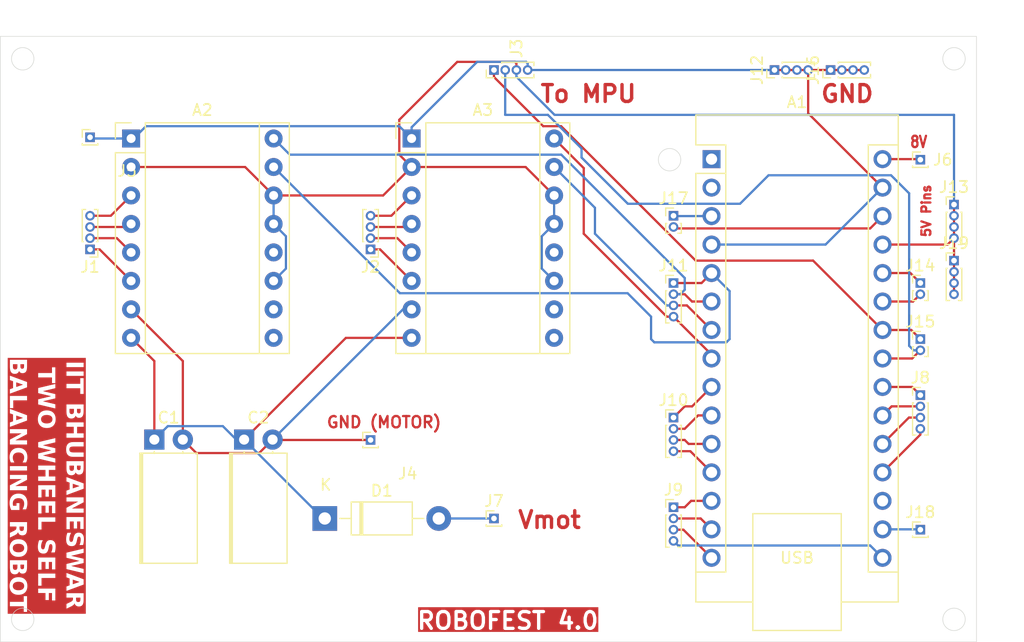
<source format=kicad_pcb>
(kicad_pcb (version 20240108) (generator "pcbnew") (generator_version "8.0")
  (layers (0 "F.Cu" signal) (31 "B.Cu" signal) (34 "B.Paste" user) (35 "F.Paste" user) (36 "B.SilkS" user "B.Silkscreen") (37 "F.SilkS" user "F.Silkscreen") (38 "B.Mask" user) (39 "F.Mask" user) (44 "Edge.Cuts" user))
  (net 0 "")
  (net 1 "Net-(J17-Pin_1)")
  (net 2 "Net-(A1-A4)")
  (net 3 "Net-(A1-D6)")
  (net 4 "Net-(A1-A6)")
  (net 5 "Net-(A1-A1)")
  (net 6 "GND")
  (net 7 "Net-(A1-A0)")
  (net 8 "Net-(A1-3V3)")
  (net 9 "Net-(A1-D13)")
  (net 10 "Net-(A1-D8)")
  (net 11 "Net-(A1-D12)")
  (net 12 "Net-(A1-+5V)")
  (net 13 "Net-(J17-Pin_2)")
  (net 14 "Net-(A1-D3)")
  (net 16 "Net-(A1-A2)")
  (net 17 "Net-(A1-D11)")
  (net 18 "Net-(A1-D10)")
  (net 19 "Net-(A1-D5)")
  (net 20 "Net-(A1-VIN)")
  (net 21 "Net-(A1-A3)")
  (net 22 "Net-(A1-A5)")
  (net 23 "Net-(A1-D2)")
  (net 24 "Net-(A1-D9)")
  (net 25 "Net-(A1-D4)")
  (net 26 "Net-(A1-A7)")
  (net 27 "Net-(A1-D7)")
  (net 29 "Net-(A2-VMOT)")
  (net 31 "Net-(J4-Pin_1)")
  (net 32 "Net-(D1-A)")
  (net 37 "Net-(A2-1B)")
  (net 38 "Net-(A2-2B)")
  (net 39 "Net-(A2-2A)")
  (net 40 "Net-(A2-1A)")
  (net 41 "Net-(A3-2A)")
  (net 42 "Net-(A3-1B)")
  (net 43 "Net-(A3-2B)")
  (net 44 "Net-(A3-1A)")
  (footprint "Connector_PinHeader_1.00mm:PinHeader_1x04_P1.00mm_Vertical" (layer "F.Cu") (at 196 106)
    (property "Reference" "J11" (at 0 -1.56 0) (layer "F.SilkS"))
    (property "Value" "Conn_01x04_Pin")
    (pad "1" thru_hole rect (at 0 0) (size 0.85 0.85) (drill 0.5) (layers "*.Cu" "*.Mask") (net 23 "Net-(A1-D2)"))
    (pad "2" thru_hole oval (at 0 1) (size 0.85 0.85) (drill 0.5) (layers "*.Cu" "*.Mask") (net 14 "Net-(A1-D3)"))
    (pad "3" thru_hole oval (at 0 2) (size 0.85 0.85) (drill 0.5) (layers "*.Cu" "*.Mask") (net 25 "Net-(A1-D4)"))
    (pad "4" thru_hole oval (at 0 3) (size 0.85 0.85) (drill 0.5) (layers "*.Cu" "*.Mask") (net 19 "Net-(A1-D5)"))
  )
  (footprint "Connector_PinHeader_1.00mm:PinHeader_1x01_P1.00mm_Vertical" (layer "F.Cu") (at 218 95)
    (property "Reference" "J6" (at 2 0 0) (layer "F.SilkS"))
    (property "Value" "Conn_01x01_Pin" (hide yes))
    (pad "1" thru_hole rect (at 0 0) (size 0.85 0.85) (drill 0.5) (layers "*.Cu" "*.Mask") (net 20 "Net-(A1-VIN)"))
  )
  (footprint "Diode_THT:D_DO-41_SOD81_P10.16mm_Horizontal" (layer "F.Cu") (at 164.92 127)
    (property "Reference" "D1" (at 5.08 -2.47 0) (layer "F.SilkS"))
    (property "Value" "1N4007")
    (fp_text user "K" (at 0.08 -3 0) (layer "F.SilkS"))
    (pad "1" thru_hole rect (at 0 0) (size 2.2 2.2) (drill 1.1) (layers "*.Cu" "*.Mask") (net 29 "Net-(A2-VMOT)"))
    (pad "2" thru_hole oval (at 10.16 0) (size 2.2 2.2) (drill 1.1) (layers "*.Cu" "*.Mask") (net 32 "Net-(D1-A)"))
  )
  (footprint "Connector_PinHeader_1.00mm:PinHeader_1x02_P1.00mm_Vertical" (layer "F.Cu") (at 196 100)
    (property "Reference" "J17" (at 0 -1.56 0) (layer "F.SilkS"))
    (property "Value" "Conn_01x02_Pin")
    (pad "1" thru_hole rect (at 0 0) (size 0.85 0.85) (drill 0.5) (layers "*.Cu" "*.Mask") (net 1 "Net-(J17-Pin_1)"))
    (pad "2" thru_hole oval (at 0 1) (size 0.85 0.85) (drill 0.5) (layers "*.Cu" "*.Mask") (net 13 "Net-(J17-Pin_2)"))
  )
  (footprint "Connector_PinHeader_1.00mm:PinHeader_1x02_P1.00mm_Vertical" (layer "F.Cu") (at 218 111)
    (property "Reference" "J15" (at 0 -1.56 0) (layer "F.SilkS"))
    (property "Value" "Conn_01x02_Pin")
    (pad "1" thru_hole rect (at 0 0) (size 0.85 0.85) (drill 0.5) (layers "*.Cu" "*.Mask") (net 22 "Net-(A1-A5)"))
    (pad "2" thru_hole oval (at 0 1) (size 0.85 0.85) (drill 0.5) (layers "*.Cu" "*.Mask") (net 2 "Net-(A1-A4)"))
  )
  (footprint "Connector_PinHeader_1.00mm:PinHeader_1x04_P1.00mm_Vertical" (layer "F.Cu") (at 196 118)
    (property "Reference" "J10" (at 0 -1.56 0) (layer "F.SilkS"))
    (property "Value" "Conn_01x04_Pin")
    (pad "1" thru_hole rect (at 0 0) (size 0.85 0.85) (drill 0.5) (layers "*.Cu" "*.Mask") (net 3 "Net-(A1-D6)"))
    (pad "2" thru_hole oval (at 0 1) (size 0.85 0.85) (drill 0.5) (layers "*.Cu" "*.Mask") (net 27 "Net-(A1-D7)"))
    (pad "3" thru_hole oval (at 0 2) (size 0.85 0.85) (drill 0.5) (layers "*.Cu" "*.Mask") (net 10 "Net-(A1-D8)"))
    (pad "4" thru_hole oval (at 0 3) (size 0.85 0.85) (drill 0.5) (layers "*.Cu" "*.Mask") (net 24 "Net-(A1-D9)"))
  )
  (footprint "Connector_PinHeader_1.00mm:PinHeader_1x04_P1.00mm_Vertical" (layer "F.Cu") (at 169 103 180)
    (property "Reference" "J2" (at 0 -1.56 360) (layer "F.SilkS"))
    (property "Value" "Conn_01x04_Pin")
    (pad "1" thru_hole rect (at 0 0 180) (size 0.85 0.85) (drill 0.5) (layers "*.Cu" "*.Mask") (net 43 "Net-(A3-2B)"))
    (pad "2" thru_hole oval (at 0 1 180) (size 0.85 0.85) (drill 0.5) (layers "*.Cu" "*.Mask") (net 41 "Net-(A3-2A)"))
    (pad "3" thru_hole oval (at 0 2 180) (size 0.85 0.85) (drill 0.5) (layers "*.Cu" "*.Mask") (net 44 "Net-(A3-1A)"))
    (pad "4" thru_hole oval (at 0 3 180) (size 0.85 0.85) (drill 0.5) (layers "*.Cu" "*.Mask") (net 42 "Net-(A3-1B)"))
  )
  (footprint "Connector_PinHeader_1.00mm:PinHeader_1x04_P1.00mm_Vertical" (layer "F.Cu") (at 180 87 90)
    (property "Reference" "J3" (at 1.93 2 90) (layer "F.SilkS"))
    (property "Value" "Conn_01x04_Pin" (hide yes))
    (pad "1" thru_hole rect (at 0 0 90) (size 0.85 0.85) (drill 0.5) (layers "*.Cu" "*.Mask") (net 22 "Net-(A1-A5)"))
    (pad "2" thru_hole oval (at 0 1 90) (size 0.85 0.85) (drill 0.5) (layers "*.Cu" "*.Mask") (net 2 "Net-(A1-A4)"))
    (pad "3" thru_hole oval (at 0 2 90) (size 0.85 0.85) (drill 0.5) (layers "*.Cu" "*.Mask") (net 12 "Net-(A1-+5V)"))
    (pad "4" thru_hole oval (at 0 3 90) (size 0.85 0.85) (drill 0.5) (layers "*.Cu" "*.Mask") (net 6 "GND"))
  )
  (footprint "Connector_PinHeader_1.00mm:PinHeader_1x01_P1.00mm_Vertical" (layer "F.Cu") (at 218 128)
    (property "Reference" "J18" (at 0 -1.56 0) (layer "F.SilkS"))
    (property "Value" "Conn_01x01_Pin")
    (pad "1" thru_hole rect (at 0 0) (size 0.85 0.85) (drill 0.5) (layers "*.Cu" "*.Mask") (net 8 "Net-(A1-3V3)"))
  )
  (footprint "Connector_PinHeader_1.00mm:PinHeader_1x01_P1.00mm_Vertical" (layer "F.Cu") (at 169 120)
    (property "Reference" "J4" (at 3.31 3 0) (layer "F.SilkS"))
    (property "Value" "Conn_01x01_Pin")
    (pad "1" thru_hole rect (at 0 0) (size 0.85 0.85) (drill 0.5) (layers "*.Cu" "*.Mask") (net 31 "Net-(J4-Pin_1)"))
  )
  (footprint "Connector_PinHeader_1.00mm:PinHeader_1x01_P1.00mm_Vertical" (layer "F.Cu") (at 144 93)
    (property "Reference" "J5" (at 3.31 3 0) (layer "F.SilkS"))
    (property "Value" "Conn_01x01_Pin")
    (pad "1" thru_hole rect (at 0 0) (size 0.85 0.85) (drill 0.5) (layers "*.Cu" "*.Mask") (net 6 "GND"))
  )
  (footprint "LED_THT:LED_Rectangular_W5.0mm_H2.0mm_Horizontal_O1.27mm_Z3.0mm" (layer "F.Cu") (at 149.73 119.965)
    (property "Reference" "C1" (at 1.27 -1.96 0) (layer "F.SilkS"))
    (property "Value" "C_Polarized")
    (pad "1" thru_hole rect (at 0 0) (size 1.8 1.8) (drill 0.9) (layers "*.Cu" "*.Mask") (net 29 "Net-(A2-VMOT)"))
    (pad "2" thru_hole circle (at 2.54 0) (size 1.8 1.8) (drill 0.9) (layers "*.Cu" "*.Mask") (net 31 "Net-(J4-Pin_1)"))
  )
  (footprint "Connector_PinHeader_1.00mm:PinHeader_1x04_P1.00mm_Vertical" (layer "F.Cu") (at 144 103 180)
    (property "Reference" "J1" (at 0 -1.56 360) (layer "F.SilkS"))
    (property "Value" "Conn_01x04_Pin")
    (pad "1" thru_hole rect (at 0 0 180) (size 0.85 0.85) (drill 0.5) (layers "*.Cu" "*.Mask") (net 38 "Net-(A2-2B)"))
    (pad "2" thru_hole oval (at 0 1 180) (size 0.85 0.85) (drill 0.5) (layers "*.Cu" "*.Mask") (net 39 "Net-(A2-2A)"))
    (pad "3" thru_hole oval (at 0 2 180) (size 0.85 0.85) (drill 0.5) (layers "*.Cu" "*.Mask") (net 40 "Net-(A2-1A)"))
    (pad "4" thru_hole oval (at 0 3 180) (size 0.85 0.85) (drill 0.5) (layers "*.Cu" "*.Mask") (net 37 "Net-(A2-1B)"))
  )
  (footprint "Connector_PinHeader_1.00mm:PinHeader_1x04_P1.00mm_Vertical" (layer "F.Cu") (at 205 87 90)
    (property "Reference" "J12" (at 0 -1.56 90) (layer "F.SilkS"))
    (property "Value" "Conn_01x04_Pin" (hide yes))
    (pad "1" thru_hole rect (at 0 0 90) (size 0.85 0.85) (drill 0.5) (layers "*.Cu" "*.Mask") (net 6 "GND"))
    (pad "2" thru_hole oval (at 0 1 90) (size 0.85 0.85) (drill 0.5) (layers "*.Cu" "*.Mask") (net 6 "GND"))
    (pad "3" thru_hole oval (at 0 2 90) (size 0.85 0.85) (drill 0.5) (layers "*.Cu" "*.Mask") (net 6 "GND"))
    (pad "4" thru_hole oval (at 0 3 90) (size 0.85 0.85) (drill 0.5) (layers "*.Cu" "*.Mask") (net 6 "GND"))
  )
  (footprint "Module:Pololu_Breakout-16_15.2x20.3mm" (layer "F.Cu") (at 172.66 93.11)
    (property "Reference" "A3" (at 6.35 -2.54 0) (layer "F.SilkS"))
    (property "Value" "Pololu_Breakout_A4988")
    (pad "1" thru_hole rect (at 0 0) (size 1.6 1.6) (drill 0.8) (layers "*.Cu" "*.Mask") (net 6 "GND"))
    (pad "2" thru_hole oval (at 0 2.54) (size 1.6 1.6) (drill 0.8) (layers "*.Cu" "*.Mask") (net 12 "Net-(A1-+5V)"))
    (pad "3" thru_hole oval (at 0 5.08) (size 1.6 1.6) (drill 0.8) (layers "*.Cu" "*.Mask") (net 42 "Net-(A3-1B)"))
    (pad "4" thru_hole oval (at 0 7.62) (size 1.6 1.6) (drill 0.8) (layers "*.Cu" "*.Mask") (net 44 "Net-(A3-1A)"))
    (pad "5" thru_hole oval (at 0 10.16) (size 1.6 1.6) (drill 0.8) (layers "*.Cu" "*.Mask") (net 41 "Net-(A3-2A)"))
    (pad "6" thru_hole oval (at 0 12.7) (size 1.6 1.6) (drill 0.8) (layers "*.Cu" "*.Mask") (net 43 "Net-(A3-2B)"))
    (pad "7" thru_hole oval (at 0 15.24) (size 1.6 1.6) (drill 0.8) (layers "*.Cu" "*.Mask") (net 31 "Net-(J4-Pin_1)"))
    (pad "8" thru_hole oval (at 0 17.78) (size 1.6 1.6) (drill 0.8) (layers "*.Cu" "*.Mask") (net 29 "Net-(A2-VMOT)"))
    (pad "9" thru_hole oval (at 12.7 17.78) (size 1.6 1.6) (drill 0.8) (layers "*.Cu" "*.Mask"))
    (pad "10" thru_hole oval (at 12.7 15.24) (size 1.6 1.6) (drill 0.8) (layers "*.Cu" "*.Mask"))
    (pad "11" thru_hole oval (at 12.7 12.7) (size 1.6 1.6) (drill 0.8) (layers "*.Cu" "*.Mask") (net 12 "Net-(A1-+5V)"))
    (pad "12" thru_hole oval (at 12.7 10.16) (size 1.6 1.6) (drill 0.8) (layers "*.Cu" "*.Mask"))
    (pad "13" thru_hole oval (at 12.7 7.62) (size 1.6 1.6) (drill 0.8) (layers "*.Cu" "*.Mask") (net 12 "Net-(A1-+5V)"))
    (pad "14" thru_hole oval (at 12.7 5.08) (size 1.6 1.6) (drill 0.8) (layers "*.Cu" "*.Mask") (net 12 "Net-(A1-+5V)"))
    (pad "15" thru_hole oval (at 12.7 2.54) (size 1.6 1.6) (drill 0.8) (layers "*.Cu" "*.Mask") (net 25 "Net-(A1-D4)"))
    (pad "16" thru_hole oval (at 12.7 0) (size 1.6 1.6) (drill 0.8) (layers "*.Cu" "*.Mask") (net 19 "Net-(A1-D5)"))
  )
  (footprint "Connector_PinHeader_1.00mm:PinHeader_1x04_P1.00mm_Vertical" (layer "F.Cu") (at 221 99)
    (property "Reference" "J13" (at 0 -1.56 0) (layer "F.SilkS"))
    (property "Value" "Conn_01x04_Pin" (hide yes))
    (pad "1" thru_hole rect (at 0 0) (size 0.85 0.85) (drill 0.5) (layers "*.Cu" "*.Mask") (net 12 "Net-(A1-+5V)"))
    (pad "2" thru_hole oval (at 0 1) (size 0.85 0.85) (drill 0.5) (layers "*.Cu" "*.Mask") (net 12 "Net-(A1-+5V)"))
    (pad "3" thru_hole oval (at 0 2) (size 0.85 0.85) (drill 0.5) (layers "*.Cu" "*.Mask") (net 12 "Net-(A1-+5V)"))
    (pad "4" thru_hole oval (at 0 3) (size 0.85 0.85) (drill 0.5) (layers "*.Cu" "*.Mask") (net 12 "Net-(A1-+5V)"))
  )
  (footprint "Module:Arduino_Nano" (layer "F.Cu") (at 199.39 94.95)
    (property "Reference" "A1" (at 7.62 -5.08 0) (layer "F.SilkS"))
    (property "Value" "Arduino_Nano_v3.x")
    (fp_text user "USB" (at 7.62 35.56 0) (layer "F.SilkS"))
    (pad "1" thru_hole rect (at 0 0) (size 1.6 1.6) (drill 1) (layers "*.Cu" "*.Mask"))
    (pad "2" thru_hole oval (at 0 2.54) (size 1.6 1.6) (drill 1) (layers "*.Cu" "*.Mask"))
    (pad "3" thru_hole oval (at 0 5.08) (size 1.6 1.6) (drill 1) (layers "*.Cu" "*.Mask") (net 1 "Net-(J17-Pin_1)"))
    (pad "4" thru_hole oval (at 0 7.62) (size 1.6 1.6) (drill 1) (layers "*.Cu" "*.Mask") (net 6 "GND"))
    (pad "5" thru_hole oval (at 0 10.16) (size 1.6 1.6) (drill 1) (layers "*.Cu" "*.Mask") (net 23 "Net-(A1-D2)"))
    (pad "6" thru_hole oval (at 0 12.7) (size 1.6 1.6) (drill 1) (layers "*.Cu" "*.Mask") (net 14 "Net-(A1-D3)"))
    (pad "7" thru_hole oval (at 0 15.24) (size 1.6 1.6) (drill 1) (layers "*.Cu" "*.Mask") (net 25 "Net-(A1-D4)"))
    (pad "8" thru_hole oval (at 0 17.78) (size 1.6 1.6) (drill 1) (layers "*.Cu" "*.Mask") (net 19 "Net-(A1-D5)"))
    (pad "9" thru_hole oval (at 0 20.32) (size 1.6 1.6) (drill 1) (layers "*.Cu" "*.Mask") (net 3 "Net-(A1-D6)"))
    (pad "10" thru_hole oval (at 0 22.86) (size 1.6 1.6) (drill 1) (layers "*.Cu" "*.Mask") (net 27 "Net-(A1-D7)"))
    (pad "11" thru_hole oval (at 0 25.4) (size 1.6 1.6) (drill 1) (layers "*.Cu" "*.Mask") (net 10 "Net-(A1-D8)"))
    (pad "12" thru_hole oval (at 0 27.94) (size 1.6 1.6) (drill 1) (layers "*.Cu" "*.Mask") (net 24 "Net-(A1-D9)"))
    (pad "13" thru_hole oval (at 0 30.48) (size 1.6 1.6) (drill 1) (layers "*.Cu" "*.Mask") (net 18 "Net-(A1-D10)"))
    (pad "14" thru_hole oval (at 0 33.02) (size 1.6 1.6) (drill 1) (layers "*.Cu" "*.Mask") (net 17 "Net-(A1-D11)"))
    (pad "15" thru_hole oval (at 0 35.56) (size 1.6 1.6) (drill 1) (layers "*.Cu" "*.Mask") (net 11 "Net-(A1-D12)"))
    (pad "16" thru_hole oval (at 15.24 35.56) (size 1.6 1.6) (drill 1) (layers "*.Cu" "*.Mask") (net 9 "Net-(A1-D13)"))
    (pad "17" thru_hole oval (at 15.24 33.02) (size 1.6 1.6) (drill 1) (layers "*.Cu" "*.Mask") (net 8 "Net-(A1-3V3)"))
    (pad "18" thru_hole oval (at 15.24 30.48) (size 1.6 1.6) (drill 1) (layers "*.Cu" "*.Mask"))
    (pad "19" thru_hole oval (at 15.24 27.94) (size 1.6 1.6) (drill 1) (layers "*.Cu" "*.Mask") (net 7 "Net-(A1-A0)"))
    (pad "20" thru_hole oval (at 15.24 25.4) (size 1.6 1.6) (drill 1) (layers "*.Cu" "*.Mask") (net 5 "Net-(A1-A1)"))
    (pad "21" thru_hole oval (at 15.24 22.86) (size 1.6 1.6) (drill 1) (layers "*.Cu" "*.Mask") (net 16 "Net-(A1-A2)"))
    (pad "22" thru_hole oval (at 15.24 20.32) (size 1.6 1.6) (drill 1) (layers "*.Cu" "*.Mask") (net 21 "Net-(A1-A3)"))
    (pad "23" thru_hole oval (at 15.24 17.78) (size 1.6 1.6) (drill 1) (layers "*.Cu" "*.Mask") (net 2 "Net-(A1-A4)"))
    (pad "24" thru_hole oval (at 15.24 15.24) (size 1.6 1.6) (drill 1) (layers "*.Cu" "*.Mask") (net 22 "Net-(A1-A5)"))
    (pad "25" thru_hole oval (at 15.24 12.7) (size 1.6 1.6) (drill 1) (layers "*.Cu" "*.Mask") (net 4 "Net-(A1-A6)"))
    (pad "26" thru_hole oval (at 15.24 10.16) (size 1.6 1.6) (drill 1) (layers "*.Cu" "*.Mask") (net 26 "Net-(A1-A7)"))
    (pad "27" thru_hole oval (at 15.24 7.62) (size 1.6 1.6) (drill 1) (layers "*.Cu" "*.Mask") (net 12 "Net-(A1-+5V)"))
    (pad "28" thru_hole oval (at 15.24 5.08) (size 1.6 1.6) (drill 1) (layers "*.Cu" "*.Mask") (net 13 "Net-(J17-Pin_2)"))
    (pad "29" thru_hole oval (at 15.24 2.54) (size 1.6 1.6) (drill 1) (layers "*.Cu" "*.Mask") (net 6 "GND"))
    (pad "30" thru_hole oval (at 15.24 0) (size 1.6 1.6) (drill 1) (layers "*.Cu" "*.Mask") (net 20 "Net-(A1-VIN)"))
  )
  (footprint "Connector_PinHeader_1.00mm:PinHeader_1x04_P1.00mm_Vertical" (layer "F.Cu") (at 196 126)
    (property "Reference" "J9" (at 0 -1.56 0) (layer "F.SilkS"))
    (property "Value" "Conn_01x04_Pin")
    (pad "1" thru_hole rect (at 0 0) (size 0.85 0.85) (drill 0.5) (layers "*.Cu" "*.Mask") (net 18 "Net-(A1-D10)"))
    (pad "2" thru_hole oval (at 0 1) (size 0.85 0.85) (drill 0.5) (layers "*.Cu" "*.Mask") (net 17 "Net-(A1-D11)"))
    (pad "3" thru_hole oval (at 0 2) (size 0.85 0.85) (drill 0.5) (layers "*.Cu" "*.Mask") (net 11 "Net-(A1-D12)"))
    (pad "4" thru_hole oval (at 0 3) (size 0.85 0.85) (drill 0.5) (layers "*.Cu" "*.Mask") (net 9 "Net-(A1-D13)"))
  )
  (footprint "Connector_PinHeader_1.00mm:PinHeader_1x04_P1.00mm_Vertical" (layer "F.Cu") (at 221 104)
    (property "Reference" "J19" (at 0 -1.56 0) (layer "F.SilkS"))
    (property "Value" "Conn_01x04_Pin")
    (pad "1" thru_hole rect (at 0 0) (size 0.85 0.85) (drill 0.5) (layers "*.Cu" "*.Mask") (net 12 "Net-(A1-+5V)"))
    (pad "2" thru_hole oval (at 0 1) (size 0.85 0.85) (drill 0.5) (layers "*.Cu" "*.Mask") (net 12 "Net-(A1-+5V)"))
    (pad "3" thru_hole oval (at 0 2) (size 0.85 0.85) (drill 0.5) (layers "*.Cu" "*.Mask") (net 12 "Net-(A1-+5V)"))
    (pad "4" thru_hole oval (at 0 3) (size 0.85 0.85) (drill 0.5) (layers "*.Cu" "*.Mask") (net 12 "Net-(A1-+5V)"))
  )
  (footprint "Connector_PinHeader_1.00mm:PinHeader_1x02_P1.00mm_Vertical" (layer "F.Cu") (at 218 106)
    (property "Reference" "J14" (at 0 -1.56 0) (layer "F.SilkS"))
    (property "Value" "Conn_01x02_Pin")
    (pad "1" thru_hole rect (at 0 0) (size 0.85 0.85) (drill 0.5) (layers "*.Cu" "*.Mask") (net 26 "Net-(A1-A7)"))
    (pad "2" thru_hole oval (at 0 1) (size 0.85 0.85) (drill 0.5) (layers "*.Cu" "*.Mask") (net 4 "Net-(A1-A6)"))
  )
  (footprint "Connector_PinHeader_1.00mm:PinHeader_1x04_P1.00mm_Vertical" (layer "F.Cu") (at 218 116)
    (property "Reference" "J8" (at 0 -1.56 0) (layer "F.SilkS"))
    (property "Value" "Conn_01x04_Pin")
    (pad "1" thru_hole rect (at 0 0) (size 0.85 0.85) (drill 0.5) (layers "*.Cu" "*.Mask") (net 21 "Net-(A1-A3)"))
    (pad "2" thru_hole oval (at 0 1) (size 0.85 0.85) (drill 0.5) (layers "*.Cu" "*.Mask") (net 16 "Net-(A1-A2)"))
    (pad "3" thru_hole oval (at 0 2) (size 0.85 0.85) (drill 0.5) (layers "*.Cu" "*.Mask") (net 5 "Net-(A1-A1)"))
    (pad "4" thru_hole oval (at 0 3) (size 0.85 0.85) (drill 0.5) (layers "*.Cu" "*.Mask") (net 7 "Net-(A1-A0)"))
  )
  (footprint "Connector_PinHeader_1.00mm:PinHeader_1x01_P1.00mm_Vertical" (layer "F.Cu") (at 180 127)
    (property "Reference" "J7" (at 0 -1.56 0) (layer "F.SilkS"))
    (property "Value" "Conn_01x01_Pin")
    (pad "1" thru_hole rect (at 0 0) (size 0.85 0.85) (drill 0.5) (layers "*.Cu" "*.Mask") (net 32 "Net-(D1-A)"))
  )
  (footprint "Connector_PinHeader_1.00mm:PinHeader_1x04_P1.00mm_Vertical" (layer "F.Cu") (at 210 87 90)
    (property "Reference" "J16" (at 0 -1.56 90) (layer "F.SilkS"))
    (property "Value" "Conn_01x04_Pin")
    (pad "1" thru_hole rect (at 0 0 90) (size 0.85 0.85) (drill 0.5) (layers "*.Cu" "*.Mask") (net 6 "GND"))
    (pad "2" thru_hole oval (at 0 1 90) (size 0.85 0.85) (drill 0.5) (layers "*.Cu" "*.Mask") (net 6 "GND"))
    (pad "3" thru_hole oval (at 0 2 90) (size 0.85 0.85) (drill 0.5) (layers "*.Cu" "*.Mask") (net 6 "GND"))
    (pad "4" thru_hole oval (at 0 3 90) (size 0.85 0.85) (drill 0.5) (layers "*.Cu" "*.Mask") (net 6 "GND"))
  )
  (footprint "LED_THT:LED_Rectangular_W5.0mm_H2.0mm_Horizontal_O1.27mm_Z3.0mm" (layer "F.Cu") (at 157.73 119.965)
    (property "Reference" "C2" (at 1.27 -1.96 0) (layer "F.SilkS"))
    (property "Value" "C_Polarized")
    (pad "1" thru_hole rect (at 0 0) (size 1.8 1.8) (drill 0.9) (layers "*.Cu" "*.Mask") (net 29 "Net-(A2-VMOT)"))
    (pad "2" thru_hole circle (at 2.54 0) (size 1.8 1.8) (drill 0.9) (layers "*.Cu" "*.Mask") (net 31 "Net-(J4-Pin_1)"))
  )
  (footprint "Module:Pololu_Breakout-16_15.2x20.3mm" (layer "F.Cu") (at 147.66 93.11)
    (property "Reference" "A2" (at 6.35 -2.54 0) (layer "F.SilkS"))
    (property "Value" "Pololu_Breakout_A4988")
    (pad "1" thru_hole rect (at 0 0) (size 1.6 1.6) (drill 0.8) (layers "*.Cu" "*.Mask") (net 6 "GND"))
    (pad "2" thru_hole oval (at 0 2.54) (size 1.6 1.6) (drill 0.8) (layers "*.Cu" "*.Mask") (net 12 "Net-(A1-+5V)"))
    (pad "3" thru_hole oval (at 0 5.08) (size 1.6 1.6) (drill 0.8) (layers "*.Cu" "*.Mask") (net 37 "Net-(A2-1B)"))
    (pad "4" thru_hole oval (at 0 7.62) (size 1.6 1.6) (drill 0.8) (layers "*.Cu" "*.Mask") (net 40 "Net-(A2-1A)"))
    (pad "5" thru_hole oval (at 0 10.16) (size 1.6 1.6) (drill 0.8) (layers "*.Cu" "*.Mask") (net 39 "Net-(A2-2A)"))
    (pad "6" thru_hole oval (at 0 12.7) (size 1.6 1.6) (drill 0.8) (layers "*.Cu" "*.Mask") (net 38 "Net-(A2-2B)"))
    (pad "7" thru_hole oval (at 0 15.24) (size 1.6 1.6) (drill 0.8) (layers "*.Cu" "*.Mask") (net 31 "Net-(J4-Pin_1)"))
    (pad "8" thru_hole oval (at 0 17.78) (size 1.6 1.6) (drill 0.8) (layers "*.Cu" "*.Mask") (net 29 "Net-(A2-VMOT)"))
    (pad "9" thru_hole oval (at 12.7 17.78) (size 1.6 1.6) (drill 0.8) (layers "*.Cu" "*.Mask"))
    (pad "10" thru_hole oval (at 12.7 15.24) (size 1.6 1.6) (drill 0.8) (layers "*.Cu" "*.Mask"))
    (pad "11" thru_hole oval (at 12.7 12.7) (size 1.6 1.6) (drill 0.8) (layers "*.Cu" "*.Mask") (net 12 "Net-(A1-+5V)"))
    (pad "12" thru_hole oval (at 12.7 10.16) (size 1.6 1.6) (drill 0.8) (layers "*.Cu" "*.Mask"))
    (pad "13" thru_hole oval (at 12.7 7.62) (size 1.6 1.6) (drill 0.8) (layers "*.Cu" "*.Mask") (net 12 "Net-(A1-+5V)"))
    (pad "14" thru_hole oval (at 12.7 5.08) (size 1.6 1.6) (drill 0.8) (layers "*.Cu" "*.Mask") (net 12 "Net-(A1-+5V)"))
    (pad "15" thru_hole oval (at 12.7 2.54) (size 1.6 1.6) (drill 0.8) (layers "*.Cu" "*.Mask") (net 23 "Net-(A1-D2)"))
    (pad "16" thru_hole oval (at 12.7 0) (size 1.6 1.6) (drill 0.8) (layers "*.Cu" "*.Mask") (net 14 "Net-(A1-D3)"))
  )
  (gr_rect (start 136 84) (end 223 138) (stroke (width 0.05)) (fill none) (layer "Edge.Cuts"))
  (gr_circle (center 221 86) (end 221 85) (stroke (width 0.05)) (fill none) (layer "Edge.Cuts"))
  (gr_circle (center 195.65 95) (end 195.65 96) (stroke (width 0.05)) (fill none) (layer "Edge.Cuts"))
  (gr_circle (center 138 136) (end 138 135) (stroke (width 0.05)) (fill none) (layer "Edge.Cuts"))
  (gr_circle (center 138 86) (end 138 85) (stroke (width 0.05)) (fill none) (layer "Edge.Cuts"))
  (gr_circle (center 221 136) (end 221 135) (stroke (width 0.05)) (fill none) (layer "Edge.Cuts"))
  (gr_text "Vmot\n" (at 182 128 0) (layer "F.Cu") (effects (font (size 1.5 1.5) (thickness 0.3) (bold yes)) (justify left bottom)))
  (gr_text "8V\n" (at 217 94 0) (layer "F.Cu") (effects (font (size 1 0.8) (thickness 0.2) (bold yes)) (justify left bottom)))
  (gr_text "5V Pins" (at 219 102 90) (layer "F.Cu") (effects (font (size 0.8 0.8) (thickness 0.2) (bold yes)) (justify left bottom)))
  (gr_text "IIT BHUBANESWAR\nTWO WHEEL SELF\nBALANCING ROBOT" (at 140 124 270) (layer "F.Cu" knockout) (effects (font (size 1.5 1.5) (thickness 0.3) (bold yes) (italic yes))))
  (gr_text "ROBOFEST 4.0 " (at 173 137 0) (layer "F.Cu" knockout) (effects (font (size 1.5 1.5) (thickness 0.3) (bold yes)) (justify left bottom)))
  (gr_text "To MPU\n" (at 184 90 0) (layer "F.Cu") (effects (font (size 1.5 1.5) (thickness 0.3) (bold yes)) (justify left bottom)))
  (gr_text "GND (MOTOR)\n" (at 165 119 0) (layer "F.Cu") (effects (font (size 1 1) (thickness 0.2) (bold yes)) (justify left bottom)))
  (gr_text "GND" (at 209 90 0) (layer "F.Cu") (effects (font (size 1.5 1.5) (thickness 0.3) (bold yes)) (justify left bottom)))
  (segment (start 199.39 100.03) (end 196.03 100.03) (width 0.2) (layer "B.Cu") (net 1))
  (segment (start 196.03 100.03) (end 196 100) (width 0.2) (layer "B.Cu") (net 1))
  (segment (start 217.27 112.73) (end 218 112) (width 0.2) (layer "F.Cu") (net 2))
  (segment (start 214.63 112.73) (end 217.27 112.73) (width 0.2) (layer "F.Cu") (net 2))
  (segment (start 201.93 98.93) (end 191.93 98.93) (width 0.2) (layer "B.Cu") (net 2))
  (segment (start 204.47 96.39) (end 201.93 98.93) (width 0.2) (layer "B.Cu") (net 2))
  (segment (start 217.39896 112) (end 217 111.60104) (width 0.2) (layer "B.Cu") (net 2))
  (segment (start 187.805635 94.805635) (end 187.805635 94) (width 0.2) (layer "B.Cu") (net 2))
  (segment (start 184.805635 91) (end 181 91) (width 0.2) (layer "B.Cu") (net 2))
  (segment (start 181 91) (end 181 87) (width 0.2) (layer "B.Cu") (net 2))
  (segment (start 217 98) (end 215.39 96.39) (width 0.2) (layer "B.Cu") (net 2))
  (segment (start 218 112) (end 217.39896 112) (width 0.2) (layer "B.Cu") (net 2))
  (segment (start 217 111.60104) (end 217 98) (width 0.2) (layer "B.Cu") (net 2))
  (segment (start 191.93 98.93) (end 187.805635 94.805635) (width 0.2) (layer "B.Cu") (net 2))
  (segment (start 187.805635 94) (end 184.805635 91) (width 0.2) (layer "B.Cu") (net 2))
  (segment (start 215.39 96.39) (end 204.47 96.39) (width 0.2) (layer "B.Cu") (net 2))
  (segment (start 196 118) (end 197 117) (width 0.2) (layer "F.Cu") (net 3))
  (segment (start 197.66 117) (end 199.39 115.27) (width 0.2) (layer "F.Cu") (net 3))
  (segment (start 197 117) (end 197.66 117) (width 0.2) (layer "F.Cu") (net 3))
  (segment (start 214.63 107.65) (end 217.35 107.65) (width 0.2) (layer "F.Cu") (net 4))
  (segment (start 217.35 107.65) (end 218 107) (width 0.2) (layer "F.Cu") (net 4))
  (segment (start 214.63 120.35) (end 216.98 118) (width 0.2) (layer "F.Cu") (net 5))
  (segment (start 216.98 118) (end 218 118) (width 0.2) (layer "F.Cu") (net 5))
  (segment (start 208 87) (end 210 87) (width 0.2) (layer "F.Cu") (net 6))
  (segment (start 211 87) (end 212 87) (width 0.2) (layer "F.Cu") (net 6))
  (segment (start 208 87) (end 207 87) (width 0.2) (layer "F.Cu") (net 6))
  (segment (start 210 87) (end 211 87) (width 0.2) (layer "F.Cu") (net 6))
  (segment (start 206 87) (end 205 87) (width 0.2) (layer "F.Cu") (net 6))
  (segment (start 207 87) (end 206 87) (width 0.2) (layer "F.Cu") (net 6))
  (segment (start 212 87) (end 213 87) (width 0.2) (layer "F.Cu") (net 6))
  (segment (start 208 87) (end 208 90.86) (width 0.2) (layer "F.Cu") (net 6))
  (segment (start 208 90.86) (end 214.63 97.49) (width 0.2) (layer "F.Cu") (net 6))
  (segment (start 147.66 93.11) (end 147.89 93.11) (width 0.2) (layer "B.Cu") (net 6))
  (segment (start 148.99 92.01) (end 171.56 92.01) (width 0.2) (layer "B.Cu") (net 6))
  (segment (start 209.55 102.57) (end 214.63 97.49) (width 0.2) (layer "B.Cu") (net 6))
  (segment (start 144.11 93.11) (end 144 93) (width 0.2) (layer "B.Cu") (net 6))
  (segment (start 147.89 93.11) (end 148.99 92.01) (width 0.2) (layer "B.Cu") (net 6))
  (segment (start 205 87) (end 183 87) (width 0.2) (layer "B.Cu") (net 6))
  (segment (start 199.39 102.57) (end 209.55 102.57) (width 0.2) (layer "B.Cu") (net 6))
  (segment (start 171.56 92.01) (end 172.66 93.11) (width 0.2) (layer "B.Cu") (net 6))
  (segment (start 172.66 93.11) (end 172.66 92.11) (width 0.2) (layer "B.Cu") (net 6))
  (segment (start 183 86.39896) (end 183 87) (width 0.2) (layer "B.Cu") (net 6))
  (segment (start 172.66 92.11) (end 178.495 86.275) (width 0.2) (layer "B.Cu") (net 6))
  (segment (start 147.66 93.11) (end 144.11 93.11) (width 0.2) (layer "B.Cu") (net 6))
  (segment (start 182.87604 86.275) (end 183 86.39896) (width 0.2) (layer "B.Cu") (net 6))
  (segment (start 178.495 86.275) (end 182.87604 86.275) (width 0.2) (layer "B.Cu") (net 6))
  (segment (start 218 119.52) (end 218 119) (width 0.2) (layer "F.Cu") (net 7))
  (segment (start 214.63 122.89) (end 218 119.52) (width 0.2) (layer "F.Cu") (net 7))
  (segment (start 214.63 127.97) (end 217.97 127.97) (width 0.2) (layer "B.Cu") (net 8))
  (segment (start 217.97 127.97) (end 218 128) (width 0.2) (layer "B.Cu") (net 8))
  (segment (start 213.53 129.41) (end 214.63 130.51) (width 0.2) (layer "B.Cu") (net 9))
  (segment (start 196 129) (end 196.41 129.41) (width 0.2) (layer "B.Cu") (net 9))
  (segment (start 196.41 129.41) (end 213.53 129.41) (width 0.2) (layer "B.Cu") (net 9))
  (segment (start 197 120) (end 197.35 120.35) (width 0.2) (layer "F.Cu") (net 10))
  (segment (start 197.35 120.35) (end 199.39 120.35) (width 0.2) (layer "F.Cu") (net 10))
  (segment (start 196 120) (end 197 120) (width 0.2) (layer "F.Cu") (net 10))
  (segment (start 196 128) (end 196.88 128) (width 0.2) (layer "F.Cu") (net 11))
  (segment (start 196.88 128) (end 199.39 130.51) (width 0.2) (layer "F.Cu") (net 11))
  (segment (start 172.66 95.65) (end 171.56 94.55) (width 0.2) (layer "F.Cu") (net 12))
  (segment (start 182.82 95.65) (end 185.36 98.19) (width 0.2) (layer "F.Cu") (net 12))
  (segment (start 176.725 86.275) (end 181.87604 86.275) (width 0.2) (layer "F.Cu") (net 12))
  (segment (start 170.12 98.19) (end 172.66 95.65) (width 0.2) (layer "F.Cu") (net 12))
  (segment (start 221 104) (end 221 102) (width 0.2) (layer "F.Cu") (net 12))
  (segment (start 221 99) (end 221 100) (width 0.2) (layer "F.Cu") (net 12))
  (segment (start 157.82 95.65) (end 160.36 98.19) (width 0.2) (layer "F.Cu") (net 12))
  (segment (start 214.63 102.57) (end 220.43 102.57) (width 0.2) (layer "F.Cu") (net 12))
  (segment (start 221 101) (end 221 102) (width 0.2) (layer "F.Cu") (net 12))
  (segment (start 171.56 91.44) (end 176.725 86.275) (width 0.2) (layer "F.Cu") (net 12))
  (segment (start 160.36 98.19) (end 170.12 98.19) (width 0.2) (layer "F.Cu") (net 12))
  (segment (start 147.66 95.65) (end 157.82 95.65) (width 0.2) (layer "F.Cu") (net 12))
  (segment (start 221 105) (end 221 104) (width 0.2) (layer "F.Cu") (net 12))
  (segment (start 221 106) (end 221 105) (width 0.2) (layer "F.Cu") (net 12))
  (segment (start 221 100) (end 221 101) (width 0.2) (layer "F.Cu") (net 12))
  (segment (start 172.66 95.65) (end 182.82 95.65) (width 0.2) (layer "F.Cu") (net 12))
  (segment (start 181.87604 86.275) (end 182 86.39896) (width 0.2) (layer "F.Cu") (net 12))
  (segment (start 221 106) (end 221 107) (width 0.2) (layer "F.Cu") (net 12))
  (segment (start 220.43 102.57) (end 221 102) (width 0.2) (layer "F.Cu") (net 12))
  (segment (start 182 86.39896) (end 182 87) (width 0.2) (layer "F.Cu") (net 12))
  (segment (start 171.56 94.55) (end 171.56 91.44) (width 0.2) (layer "F.Cu") (net 12))
  (segment (start 185.39896 91) (end 221 91) (width 0.2) (layer "B.Cu") (net 12))
  (segment (start 182 87.60104) (end 185.39896 91) (width 0.2) (layer "B.Cu") (net 12))
  (segment (start 161.46 104.71) (end 160.36 105.81) (width 0.2) (layer "B.Cu") (net 12))
  (segment (start 185.36 105.81) (end 184.26 104.71) (width 0.2) (layer "B.Cu") (net 12))
  (segment (start 182 87) (end 182 87.60104) (width 0.2) (layer "B.Cu") (net 12))
  (segment (start 185.36 100.73) (end 185.36 98.19) (width 0.2) (layer "B.Cu") (net 12))
  (segment (start 184.26 101.83) (end 185.36 100.73) (width 0.2) (layer "B.Cu") (net 12))
  (segment (start 221 91) (end 221 99) (width 0.2) (layer "B.Cu") (net 12))
  (segment (start 161.46 101.83) (end 161.46 104.71) (width 0.2) (layer "B.Cu") (net 12))
  (segment (start 160.36 98.19) (end 160.36 100.73) (width 0.2) (layer "B.Cu") (net 12))
  (segment (start 184.26 104.71) (end 184.26 101.83) (width 0.2) (layer "B.Cu") (net 12))
  (segment (start 160.36 100.73) (end 161.46 101.83) (width 0.2) (layer "B.Cu") (net 12))
  (segment (start 213.53 101.13) (end 214.63 100.03) (width 0.2) (layer "F.Cu") (net 13))
  (segment (start 196.13 101.13) (end 213.53 101.13) (width 0.2) (layer "F.Cu") (net 13))
  (segment (start 196 101) (end 196.13 101.13) (width 0.2) (layer "F.Cu") (net 13))
  (segment (start 197 107) (end 197.65 107.65) (width 0.2) (layer "F.Cu") (net 14))
  (segment (start 196 107) (end 197 107) (width 0.2) (layer "F.Cu") (net 14))
  (segment (start 197.65 107.65) (end 199.39 107.65) (width 0.2) (layer "F.Cu") (net 14))
  (segment (start 197 106.60104) (end 196.60104 107) (width 0.2) (layer "B.Cu") (net 14))
  (segment (start 161.8 94.55) (end 186 94.55) (width 0.2) (layer "B.Cu") (net 14))
  (segment (start 186 94.55) (end 197 105.55) (width 0.2) (layer "B.Cu") (net 14))
  (segment (start 196.60104 107) (end 196 107) (width 0.2) (layer "B.Cu") (net 14))
  (segment (start 160.36 93.11) (end 161.8 94.55) (width 0.2) (layer "B.Cu") (net 14))
  (segment (start 197 105.55) (end 197 106.60104) (width 0.2) (layer "B.Cu") (net 14))
  (segment (start 214.63 117.81) (end 215.44 117) (width 0.2) (layer "F.Cu") (net 16))
  (segment (start 215.44 117) (end 218 117) (width 0.2) (layer "F.Cu") (net 16))
  (segment (start 196 127) (end 198.42 127) (width 0.2) (layer "F.Cu") (net 17))
  (segment (start 198.42 127) (end 199.39 127.97) (width 0.2) (layer "F.Cu") (net 17))
  (segment (start 197.57 125.43) (end 199.39 125.43) (width 0.2) (layer "F.Cu") (net 18))
  (segment (start 196 126) (end 197 126) (width 0.2) (layer "F.Cu") (net 18))
  (segment (start 197 126) (end 197.57 125.43) (width 0.2) (layer "F.Cu") (net 18))
  (segment (start 196 109) (end 199.39 112.39) (width 0.2) (layer "F.Cu") (net 19))
  (segment (start 199.39 112.39) (end 199.39 112.73) (width 0.2) (layer "F.Cu") (net 19))
  (segment (start 195.39896 109) (end 188 101.60104) (width 0.2) (layer "F.Cu") (net 19))
  (segment (start 188 101.60104) (end 188 95.75) (width 0.2) (layer "F.Cu") (net 19))
  (segment (start 188 95.75) (end 185.36 93.11) (width 0.2) (layer "F.Cu") (net 19))
  (segment (start 196 109) (end 195.39896 109) (width 0.2) (layer "F.Cu") (net 19))
  (segment (start 217.95 94.95) (end 218 95) (width 0.2) (layer "F.Cu") (net 20))
  (segment (start 214.63 94.95) (end 217.95 94.95) (width 0.2) (layer "F.Cu") (net 20))
  (segment (start 214.63 115.27) (end 217.27 115.27) (width 0.2) (layer "F.Cu") (net 21))
  (segment (start 217.27 115.27) (end 218 116) (width 0.2) (layer "F.Cu") (net 21))
  (segment (start 208.44 104) (end 214.63 110.19) (width 0.2) (layer "F.Cu") (net 22))
  (segment (start 180 87.625) (end 184.385 92.01) (width 0.2) (layer "F.Cu") (net 22))
  (segment (start 214.63 110.19) (end 217.19 110.19) (width 0.2) (layer "F.Cu") (net 22))
  (segment (start 197.974695 104) (end 208.44 104) (width 0.2) (layer "F.Cu") (net 22))
  (segment (start 185.984695 92.01) (end 197.974695 104) (width 0.2) (layer "F.Cu") (net 22))
  (segment (start 217.19 110.19) (end 218 111) (width 0.2) (layer "F.Cu") (net 22))
  (segment (start 180 87) (end 180 87.625) (width 0.2) (layer "F.Cu") (net 22))
  (segment (start 184.385 92.01) (end 185.984695 92.01) (width 0.2) (layer "F.Cu") (net 22))
  (segment (start 198.5 106) (end 199.39 105.11) (width 0.2) (layer "F.Cu") (net 23))
  (segment (start 196 106) (end 198.5 106) (width 0.2) (layer "F.Cu") (net 23))
  (segment (start 160.36 95.65) (end 171.62 106.91) (width 0.2) (layer "B.Cu") (net 23))
  (segment (start 200.71 111.29) (end 201 111) (width 0.2) (layer "B.Cu") (net 23))
  (segment (start 194.29 111.29) (end 200.71 111.29) (width 0.2) (layer "B.Cu") (net 23))
  (segment (start 194 111) (end 194.29 111.29) (width 0.2) (layer "B.Cu") (net 23))
  (segment (start 201 106.72) (end 199.39 105.11) (width 0.2) (layer "B.Cu") (net 23))
  (segment (start 201 111) (end 201 106.72) (width 0.2) (layer "B.Cu") (net 23))
  (segment (start 194 109) (end 194 111) (width 0.2) (layer "B.Cu") (net 23))
  (segment (start 171.62 106.91) (end 191.91 106.91) (width 0.2) (layer "B.Cu") (net 23))
  (segment (start 191.91 106.91) (end 194 109) (width 0.2) (layer "B.Cu") (net 23))
  (segment (start 196 121) (end 197.5 121) (width 0.2) (layer "F.Cu") (net 24))
  (segment (start 197.5 121) (end 199.39 122.89) (width 0.2) (layer "F.Cu") (net 24))
  (segment (start 196 108) (end 197.2 108) (width 0.2) (layer "F.Cu") (net 25))
  (segment (start 197.2 108) (end 199.39 110.19) (width 0.2) (layer "F.Cu") (net 25))
  (segment (start 195.39896 108) (end 196 108) (width 0.2) (layer "B.Cu") (net 25))
  (segment (start 189 101.60104) (end 195.39896 108) (width 0.2) (layer "B.Cu") (net 25))
  (segment (start 185.36 95.65) (end 189 99.29) (width 0.2) (layer "B.Cu") (net 25))
  (segment (start 189 99.29) (end 189 101.60104) (width 0.2) (layer "B.Cu") (net 25))
  (segment (start 214.63 105.11) (end 217.11 105.11) (width 0.2) (layer "F.Cu") (net 26))
  (segment (start 217.11 105.11) (end 218 106) (width 0.2) (layer "F.Cu") (net 26))
  (segment (start 196 119) (end 197 119) (width 0.2) (layer "F.Cu") (net 27))
  (segment (start 198.19 117.81) (end 199.39 117.81) (width 0.2) (layer "F.Cu") (net 27))
  (segment (start 197 119) (end 198.19 117.81) (width 0.2) (layer "F.Cu") (net 27))
  (segment (start 149.73 119.965) (end 149.73 112.96) (width 0.2) (layer "F.Cu") (net 29))
  (segment (start 172.66 110.89) (end 166.805 110.89) (width 0.2) (layer "F.Cu") (net 29))
  (segment (start 149.73 112.96) (end 147.66 110.89) (width 0.2) (layer "F.Cu") (net 29))
  (segment (start 166.805 110.89) (end 157.73 119.965) (width 0.2) (layer "F.Cu") (net 29))
  (segment (start 157.035 119.965) (end 155.835 118.765) (width 0.2) (layer "B.Cu") (net 29))
  (segment (start 150.93 118.765) (end 149.73 119.965) (width 0.2) (layer "B.Cu") (net 29))
  (segment (start 164.92 127) (end 164.765 127) (width 0.2) (layer "B.Cu") (net 29))
  (segment (start 157.73 119.965) (end 157.035 119.965) (width 0.2) (layer "B.Cu") (net 29))
  (segment (start 155.835 118.765) (end 150.93 118.765) (width 0.2) (layer "B.Cu") (net 29))
  (segment (start 164.765 127) (end 157.73 119.965) (width 0.2) (layer "B.Cu") (net 29))
  (segment (start 152.27 112.96) (end 147.66 108.35) (width 0.2) (layer "F.Cu") (net 31))
  (segment (start 159.07 121.165) (end 153.47 121.165) (width 0.2) (layer "F.Cu") (net 31))
  (segment (start 160.305 120) (end 160.27 119.965) (width 0.2) (layer "F.Cu") (net 31))
  (segment (start 153.47 121.165) (end 152.27 119.965) (width 0.2) (layer "F.Cu") (net 31))
  (segment (start 152.27 119.965) (end 152.27 112.96) (width 0.2) (layer "F.Cu") (net 31))
  (segment (start 169 120) (end 160.305 120) (width 0.2) (layer "F.Cu") (net 31))
  (segment (start 160.27 119.965) (end 159.07 121.165) (width 0.2) (layer "F.Cu") (net 31))
  (segment (start 160.27 119.965) (end 171.885 108.35) (width 0.2) (layer "B.Cu") (net 31))
  (segment (start 171.885 108.35) (end 172.66 108.35) (width 0.2) (layer "B.Cu") (net 31))
  (segment (start 180 127) (end 175.08 127) (width 0.2) (layer "B.Cu") (net 32))
  (segment (start 145.85 100) (end 147.66 98.19) (width 0.2) (layer "F.Cu") (net 37))
  (segment (start 144 100) (end 145.85 100) (width 0.2) (layer "F.Cu") (net 37))
  (segment (start 144 103) (end 144.85 103) (width 0.2) (layer "F.Cu") (net 38))
  (segment (start 144.85 103) (end 147.66 105.81) (width 0.2) (layer "F.Cu") (net 38))
  (segment (start 146.39 102) (end 147.66 103.27) (width 0.2) (layer "F.Cu") (net 39))
  (segment (start 144 102) (end 146.39 102) (width 0.2) (layer "F.Cu") (net 39))
  (segment (start 144 101) (end 147.39 101) (width 0.2) (layer "F.Cu") (net 40))
  (segment (start 147.39 101) (end 147.66 100.73) (width 0.2) (layer "F.Cu") (net 40))
  (segment (start 171.39 102) (end 172.66 103.27) (width 0.2) (layer "F.Cu") (net 41))
  (segment (start 169 102) (end 171.39 102) (width 0.2) (layer "F.Cu") (net 41))
  (segment (start 170.85 100) (end 172.66 98.19) (width 0.2) (layer "F.Cu") (net 42))
  (segment (start 169 100) (end 170.85 100) (width 0.2) (layer "F.Cu") (net 42))
  (segment (start 169 103) (end 169.85 103) (width 0.2) (layer "F.Cu") (net 43))
  (segment (start 169.85 103) (end 172.66 105.81) (width 0.2) (layer "F.Cu") (net 43))
  (segment (start 172.39 101) (end 172.66 100.73) (width 0.2) (layer "F.Cu") (net 44))
  (segment (start 169 101) (end 172.39 101) (width 0.2) (layer "F.Cu") (net 44))
)
</source>
